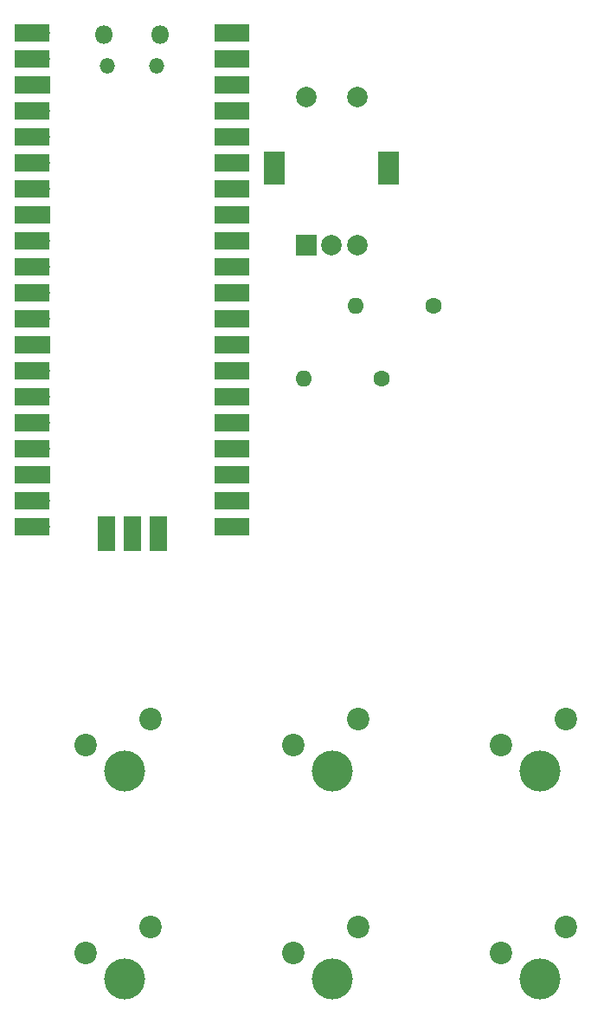
<source format=gts>
G04 #@! TF.GenerationSoftware,KiCad,Pcbnew,5.1.5+dfsg1-2build2*
G04 #@! TF.CreationDate,2021-05-11T19:50:18+03:00*
G04 #@! TF.ProjectId,pico-mediakeeb,7069636f-2d6d-4656-9469-616b6565622e,v01*
G04 #@! TF.SameCoordinates,Original*
G04 #@! TF.FileFunction,Soldermask,Top*
G04 #@! TF.FilePolarity,Negative*
%FSLAX46Y46*%
G04 Gerber Fmt 4.6, Leading zero omitted, Abs format (unit mm)*
G04 Created by KiCad (PCBNEW 5.1.5+dfsg1-2build2) date 2021-05-11 19:50:18*
%MOMM*%
%LPD*%
G04 APERTURE LIST*
%ADD10R,2.000000X2.000000*%
%ADD11C,2.000000*%
%ADD12R,2.000000X3.200000*%
%ADD13O,1.700000X1.700000*%
%ADD14R,1.700000X1.700000*%
%ADD15R,3.500000X1.700000*%
%ADD16O,1.800000X1.800000*%
%ADD17O,1.500000X1.500000*%
%ADD18R,1.700000X3.500000*%
%ADD19C,4.000000*%
%ADD20C,2.200000*%
%ADD21O,1.600000X1.600000*%
%ADD22C,1.600000*%
G04 APERTURE END LIST*
D10*
X74422000Y-74554000D03*
D11*
X76922000Y-74554000D03*
X79422000Y-74554000D03*
D12*
X71322000Y-67054000D03*
X82522000Y-67054000D03*
D11*
X74422000Y-60054000D03*
X79422000Y-60054000D03*
D13*
X48514000Y-53848000D03*
X48514000Y-56388000D03*
D14*
X48514000Y-58928000D03*
D13*
X48514000Y-61468000D03*
X48514000Y-64008000D03*
X48514000Y-66548000D03*
X48514000Y-69088000D03*
D14*
X48514000Y-71628000D03*
D13*
X48514000Y-74168000D03*
X48514000Y-76708000D03*
X48514000Y-79248000D03*
X48514000Y-81788000D03*
D14*
X48514000Y-84328000D03*
D13*
X48514000Y-86868000D03*
X48514000Y-89408000D03*
X48514000Y-91948000D03*
X48514000Y-94488000D03*
D14*
X48514000Y-97028000D03*
D13*
X48514000Y-99568000D03*
X48514000Y-102108000D03*
X66294000Y-102108000D03*
X66294000Y-99568000D03*
D14*
X66294000Y-97028000D03*
D13*
X66294000Y-94488000D03*
X66294000Y-91948000D03*
X66294000Y-89408000D03*
X66294000Y-86868000D03*
D14*
X66294000Y-84328000D03*
D13*
X66294000Y-81788000D03*
X66294000Y-79248000D03*
X66294000Y-76708000D03*
X66294000Y-74168000D03*
D14*
X66294000Y-71628000D03*
D13*
X66294000Y-69088000D03*
X66294000Y-66548000D03*
X66294000Y-64008000D03*
X66294000Y-61468000D03*
D14*
X66294000Y-58928000D03*
D13*
X66294000Y-56388000D03*
X66294000Y-53848000D03*
D15*
X47614000Y-53848000D03*
X47614000Y-56388000D03*
X47614000Y-58928000D03*
X47614000Y-61468000D03*
X47614000Y-64008000D03*
X47614000Y-66548000D03*
X47614000Y-69088000D03*
X47614000Y-71628000D03*
X47614000Y-74168000D03*
X47614000Y-76708000D03*
X47614000Y-79248000D03*
X47614000Y-81788000D03*
X47614000Y-84328000D03*
X47614000Y-86868000D03*
X47614000Y-89408000D03*
X47614000Y-91948000D03*
X47614000Y-94488000D03*
X47614000Y-97028000D03*
X47614000Y-99568000D03*
X47614000Y-102108000D03*
X67194000Y-53848000D03*
X67194000Y-56388000D03*
X67194000Y-58928000D03*
X67194000Y-61468000D03*
X67194000Y-64008000D03*
X67194000Y-66548000D03*
X67194000Y-69088000D03*
X67194000Y-71628000D03*
X67194000Y-74168000D03*
X67194000Y-76708000D03*
X67194000Y-79248000D03*
X67194000Y-81788000D03*
X67194000Y-84328000D03*
X67194000Y-86868000D03*
X67194000Y-89408000D03*
X67194000Y-91948000D03*
X67194000Y-94488000D03*
X67194000Y-97028000D03*
X67194000Y-99568000D03*
X67194000Y-102108000D03*
D16*
X54679000Y-53978000D03*
X60129000Y-53978000D03*
D17*
X54979000Y-57008000D03*
X59829000Y-57008000D03*
D18*
X54864000Y-102778000D03*
D13*
X54864000Y-101878000D03*
D18*
X57404000Y-102778000D03*
D14*
X57404000Y-101878000D03*
D18*
X59944000Y-102778000D03*
D13*
X59944000Y-101878000D03*
D19*
X97282000Y-125984000D03*
D20*
X93472000Y-123444000D03*
X99822000Y-120904000D03*
D19*
X76962000Y-125984000D03*
D20*
X73152000Y-123444000D03*
X79502000Y-120904000D03*
D19*
X56642000Y-125984000D03*
D20*
X52832000Y-123444000D03*
X59182000Y-120904000D03*
D19*
X97282000Y-146304000D03*
D20*
X93472000Y-143764000D03*
X99822000Y-141224000D03*
D19*
X76962000Y-146304000D03*
D20*
X73152000Y-143764000D03*
X79502000Y-141224000D03*
D19*
X56642000Y-146304000D03*
D20*
X52832000Y-143764000D03*
X59182000Y-141224000D03*
D21*
X74168000Y-87630000D03*
D22*
X81788000Y-87630000D03*
D21*
X79248000Y-80518000D03*
D22*
X86868000Y-80518000D03*
M02*

</source>
